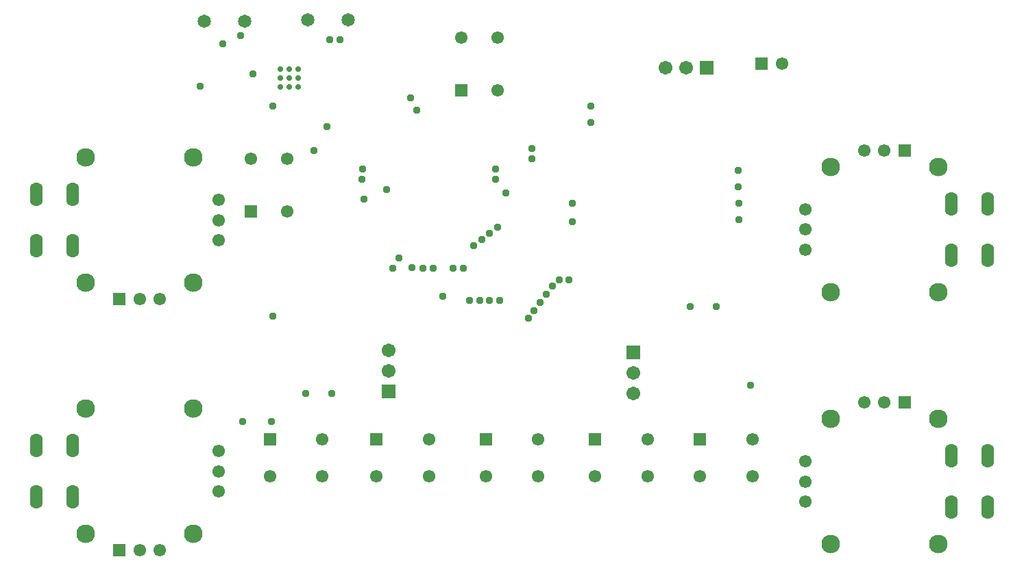
<source format=gbs>
G04*
G04 #@! TF.GenerationSoftware,Altium Limited,Altium Designer,25.2.1 (25)*
G04*
G04 Layer_Color=16711935*
%FSLAX44Y44*%
%MOMM*%
G71*
G04*
G04 #@! TF.SameCoordinates,47AF1686-E751-4D8C-A91A-F2C49F431613*
G04*
G04*
G04 #@! TF.FilePolarity,Negative*
G04*
G01*
G75*
%ADD49C,1.6532*%
%ADD50C,1.5500*%
%ADD51R,1.5500X1.5500*%
%ADD52R,1.7112X1.7112*%
%ADD53C,1.7112*%
%ADD54R,1.5500X1.5500*%
%ADD55R,1.7112X1.7112*%
G04:AMPARAMS|DCode=56|XSize=2.95mm|YSize=1.6mm|CornerRadius=0.8mm|HoleSize=0mm|Usage=FLASHONLY|Rotation=90.000|XOffset=0mm|YOffset=0mm|HoleType=Round|Shape=RoundedRectangle|*
%AMROUNDEDRECTD56*
21,1,2.9500,0.0000,0,0,90.0*
21,1,1.3500,1.6000,0,0,90.0*
1,1,1.6000,0.0000,0.6750*
1,1,1.6000,0.0000,-0.6750*
1,1,1.6000,0.0000,-0.6750*
1,1,1.6000,0.0000,0.6750*
%
%ADD56ROUNDEDRECTD56*%
%ADD57C,2.3000*%
%ADD58C,0.9532*%
%ADD59C,0.7032*%
D49*
X340000Y708000D02*
D03*
X290000D02*
D03*
X417500Y709000D02*
D03*
X467500D02*
D03*
D50*
X652500Y687500D02*
D03*
Y622500D02*
D03*
X607500Y687500D02*
D03*
X392500Y537500D02*
D03*
Y472500D02*
D03*
X347500Y537500D02*
D03*
X967500Y190000D02*
D03*
X902500Y145000D02*
D03*
X967500D02*
D03*
X837500Y190000D02*
D03*
X772500Y145000D02*
D03*
X837500D02*
D03*
X702500Y190000D02*
D03*
X637500Y145000D02*
D03*
X702500D02*
D03*
X567500Y190000D02*
D03*
X502500Y145000D02*
D03*
X567500D02*
D03*
X435919Y190000D02*
D03*
X370919Y145000D02*
D03*
X435919D02*
D03*
X1105000Y547500D02*
D03*
X1130000D02*
D03*
X1032500Y425000D02*
D03*
Y450000D02*
D03*
Y475000D02*
D03*
X235000Y364250D02*
D03*
X210000D02*
D03*
X307500Y486750D02*
D03*
Y461750D02*
D03*
Y436750D02*
D03*
X235000Y53250D02*
D03*
X210000D02*
D03*
X307500Y175750D02*
D03*
Y150750D02*
D03*
Y125750D02*
D03*
X1003290Y655250D02*
D03*
X1105000Y235750D02*
D03*
X1130000D02*
D03*
X1032500Y113250D02*
D03*
Y138250D02*
D03*
Y163250D02*
D03*
D51*
X607500Y622500D02*
D03*
X347500Y472500D02*
D03*
X1155000Y547500D02*
D03*
X185000Y364250D02*
D03*
Y53250D02*
D03*
X1155000Y235750D02*
D03*
D52*
X910400Y650000D02*
D03*
D53*
X885000D02*
D03*
X859600D02*
D03*
X517500Y275000D02*
D03*
Y300400D02*
D03*
X820000Y272500D02*
D03*
Y247100D02*
D03*
D54*
X902500Y190000D02*
D03*
X772500Y190000D02*
D03*
X637500D02*
D03*
X502500D02*
D03*
X370919Y190000D02*
D03*
X978290Y655250D02*
D03*
D55*
X517500Y249600D02*
D03*
X820000Y297900D02*
D03*
D56*
X1257500Y481750D02*
D03*
X1212500D02*
D03*
X1257500Y418250D02*
D03*
X1212500D02*
D03*
X82500Y430000D02*
D03*
X127500D02*
D03*
X82500Y493500D02*
D03*
X127500D02*
D03*
X82500Y119000D02*
D03*
X127500D02*
D03*
X82500Y182500D02*
D03*
X127500D02*
D03*
X1257500Y170000D02*
D03*
X1212500D02*
D03*
X1257500Y106500D02*
D03*
X1212500D02*
D03*
D57*
X1063500Y527500D02*
D03*
Y372500D02*
D03*
X1196500Y527500D02*
D03*
Y372500D02*
D03*
X276500Y384250D02*
D03*
Y539250D02*
D03*
X143500Y384250D02*
D03*
Y539250D02*
D03*
X276500Y73250D02*
D03*
Y228250D02*
D03*
X143500Y73250D02*
D03*
Y228250D02*
D03*
X1063500Y215750D02*
D03*
Y60750D02*
D03*
X1196500Y215750D02*
D03*
Y60750D02*
D03*
D58*
X652500Y452500D02*
D03*
X642500Y445000D02*
D03*
X632500Y437500D02*
D03*
X622500Y430000D02*
D03*
X350000Y642500D02*
D03*
X441628Y577313D02*
D03*
X375000Y602500D02*
D03*
X425000Y547500D02*
D03*
X285000Y627500D02*
D03*
X335000Y690000D02*
D03*
X312500Y680000D02*
D03*
X545000Y612500D02*
D03*
X552500Y597500D02*
D03*
X457500Y685000D02*
D03*
X445000D02*
D03*
X650000Y512500D02*
D03*
Y525000D02*
D03*
X662500Y495000D02*
D03*
X767500Y602500D02*
D03*
X740000Y387500D02*
D03*
X728893Y387553D02*
D03*
X712500Y370000D02*
D03*
X720000Y380000D02*
D03*
X705000Y360000D02*
D03*
X697500Y350000D02*
D03*
X690000Y340000D02*
D03*
X630000Y362500D02*
D03*
X617500D02*
D03*
X372500Y212500D02*
D03*
X337500D02*
D03*
X767500Y582500D02*
D03*
X965000Y257500D02*
D03*
X375000Y342500D02*
D03*
X415000Y247500D02*
D03*
X447500D02*
D03*
X695000Y550000D02*
D03*
X694850Y537350D02*
D03*
X487500Y487500D02*
D03*
X485000Y511800D02*
D03*
X485500Y524500D02*
D03*
X522500Y402500D02*
D03*
X530000Y415000D02*
D03*
X515480Y499709D02*
D03*
X560000Y402500D02*
D03*
X572500D02*
D03*
X642500Y362500D02*
D03*
X655000D02*
D03*
X890000Y355000D02*
D03*
X745000Y460000D02*
D03*
Y482500D02*
D03*
X546055Y402762D02*
D03*
X585000Y367500D02*
D03*
X922500Y355000D02*
D03*
X950000Y462500D02*
D03*
Y482500D02*
D03*
X949544Y502956D02*
D03*
X949544Y522956D02*
D03*
X610000Y402500D02*
D03*
X597500D02*
D03*
D59*
X406000Y626500D02*
D03*
X395000D02*
D03*
X384000D02*
D03*
X406000Y637500D02*
D03*
X395000D02*
D03*
X384000D02*
D03*
X406000Y648500D02*
D03*
X395000D02*
D03*
X384000D02*
D03*
M02*

</source>
